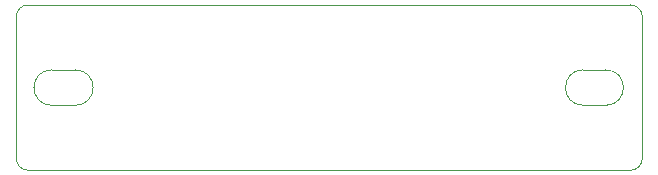
<source format=gbr>
G04 #@! TF.FileFunction,Profile,NP*
%FSLAX46Y46*%
G04 Gerber Fmt 4.6, Leading zero omitted, Abs format (unit mm)*
G04 Created by KiCad (PCBNEW (2015-02-26 BZR 5453)-product) date Thu 20 Aug 2015 19:55:42 CEST*
%MOMM*%
G01*
G04 APERTURE LIST*
%ADD10C,0.100000*%
G04 APERTURE END LIST*
D10*
X49651100Y6793600D02*
X51651100Y6793600D01*
X51551100Y6793600D02*
G75*
G03X51551100Y9793600I0J1500000D01*
G01*
X49651100Y9793600D02*
X51651100Y9793600D01*
X49651100Y9793600D02*
G75*
G03X49651100Y6793600I0J-1500000D01*
G01*
X4651100Y6793600D02*
X6651100Y6793600D01*
X6651100Y6793600D02*
G75*
G03X6651100Y9793600I0J1500000D01*
G01*
X4651100Y9793600D02*
X6651100Y9793600D01*
X4651100Y9793600D02*
G75*
G03X4651100Y6793600I0J-1500000D01*
G01*
X53651100Y1293600D02*
X2651100Y1293600D01*
X53651100Y1293600D02*
G75*
G03X54651100Y2293600I0J1000000D01*
G01*
X1651100Y2293600D02*
G75*
G03X2651100Y1293600I1000000J0D01*
G01*
X54651100Y14293600D02*
X54651100Y2293600D01*
X1651100Y2293600D02*
X1651100Y14293600D01*
X54651100Y14293600D02*
G75*
G03X53651100Y15293600I-1000000J0D01*
G01*
X2651100Y15293600D02*
G75*
G03X1651100Y14293600I0J-1000000D01*
G01*
X2651100Y15293600D02*
X53651100Y15293600D01*
M02*

</source>
